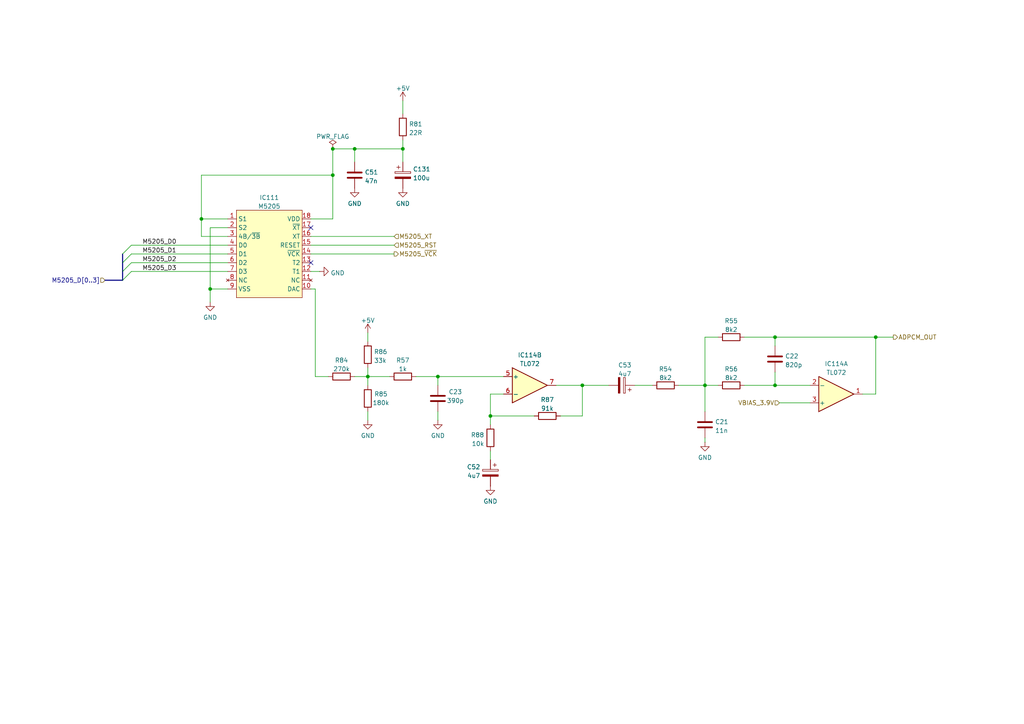
<source format=kicad_sch>
(kicad_sch (version 20231120) (generator "eeschema") (generator_version "8.0")
  (paper "A4")
  (title_block (title "NEC PC-Engine IFU-30") (date "2024-04-09") (rev "0.2") (comment 1 "Author: Regis Galland") (comment 2 "NEC IFU-30 PCB reverse engineered schematics"))
  (lib_symbols
    (symbol "Amplifier_Operational:TL072" (pin_names (offset 0.127))
      (property "Reference" "U" (at 0 5.08 0))
      (property "Value" "TL072" (at 0 -5.08 0))
      (symbol "TL072_1_1"
        (polyline (pts (xy -5.08 5.08) (xy 5.08 0) (xy -5.08 -5.08) (xy -5.08 5.08)) (stroke (width 0.254)) (fill (type background)))
        (pin output line (at 7.62 0 180) (length 2.54) (name "~") (number "1"))
        (pin input line (at -7.62 -2.54 0) (length 2.54) (name "-") (number "2"))
        (pin input line (at -7.62 2.54 0) (length 2.54) (name "+") (number "3"))
      )
      (symbol "TL072_2_1"
        (polyline (pts (xy -5.08 5.08) (xy 5.08 0) (xy -5.08 -5.08) (xy -5.08 5.08)) (stroke (width 0.254)) (fill (type background)))
        (pin input line (at -7.62 2.54 0) (length 2.54) (name "+") (number "5"))
        (pin input line (at -7.62 -2.54 0) (length 2.54) (name "-") (number "6"))
        (pin output line (at 7.62 0 180) (length 2.54) (name "~") (number "7"))
      )
      (symbol "TL072_3_1"
        (pin power_in line (at -2.54 -7.62 90) (length 3.81) (name "V-") (number "4"))
        (pin power_in line (at -2.54 7.62 270) (length 3.81) (name "V+") (number "8"))
      )
    )
    (symbol "Device:C" (pin_numbers hide) (pin_names (offset 0.254))
      (property "Reference" "C" (at 0.635 2.54 0))
      (property "Value" "C" (at 0.635 -2.54 0))
      (symbol "C_0_1"
        (polyline (pts (xy -2.032 -0.762) (xy 2.032 -0.762)) (stroke (width 0.508)))
        (polyline (pts (xy -2.032 0.762) (xy 2.032 0.762)) (stroke (width 0.508)))
      )
      (symbol "C_1_1"
        (pin passive line (at 0 3.81 270) (length 2.794) (name "~") (number "1"))
        (pin passive line (at 0 -3.81 90) (length 2.794) (name "~") (number "2"))
      )
    )
    (symbol "Device:C_Polarized" (pin_numbers hide) (pin_names (offset 0.254))
      (property "Reference" "C" (at 0.635 2.54 0))
      (property "Value" "C_Polarized" (at 0.635 -2.54 0))
      (symbol "C_Polarized_0_1"
        (rectangle (start -2.286 0.508) (end 2.286 1.016))
        (polyline (pts (xy -1.778 2.286) (xy -0.762 2.286)))
        (polyline (pts (xy -1.27 2.794) (xy -1.27 1.778)))
        (rectangle (start 2.286 -0.508) (end -2.286 -1.016) (fill (type outline)))
      )
      (symbol "C_Polarized_1_1"
        (pin passive line (at 0 3.81 270) (length 2.794) (name "~") (number "1"))
        (pin passive line (at 0 -3.81 90) (length 2.794) (name "~") (number "2"))
      )
    )
    (symbol "Device:R" (pin_numbers hide) (pin_names (offset 0))
      (property "Reference" "R" (at 2.032 0 90))
      (property "Value" "R" (at 0 0 90))
      (symbol "R_0_1"
        (rectangle (start -1.016 -2.54) (end 1.016 2.54) (stroke (width 0.254)))
      )
      (symbol "R_1_1"
        (pin passive line (at 0 3.81 270) (length 1.27) (name "~") (number "1"))
        (pin passive line (at 0 -3.81 90) (length 1.27) (name "~") (number "2"))
      )
    )
    (symbol "IFU-30:M5205"
      (property "Reference" "IC" (at 1.27 3.81 0))
      (property "Value" "M5205" (at 11.43 3.81 0))
      (symbol "M5205_0_1"
        (rectangle (start 19.05 2.54) (end 0 -22.86) (stroke (width 0.1524)) (fill (type background)))
      )
      (symbol "M5205_1_1"
        (pin passive line (at -2.54 0 0) (length 2.54) (name "S1") (number "1"))
        (pin passive line (at 21.59 -20.32 180) (length 2.54) (name "DAC") (number "10"))
        (pin no_connect line (at 21.59 -17.78 180) (length 2.54) (name "NC") (number "11"))
        (pin passive line (at 21.59 -15.24 180) (length 2.54) (name "T1") (number "12"))
        (pin passive line (at 21.59 -12.7 180) (length 2.54) (name "T2") (number "13"))
        (pin passive line (at 21.59 -10.16 180) (length 2.54) (name "~{VCK}") (number "14"))
        (pin passive line (at 21.59 -7.62 180) (length 2.54) (name "RESET") (number "15"))
        (pin passive line (at 21.59 -5.08 180) (length 2.54) (name "XT") (number "16"))
        (pin passive line (at 21.59 -2.54 180) (length 2.54) (name "~{XT}") (number "17"))
        (pin power_in line (at 21.59 0 180) (length 2.54) (name "VDD") (number "18"))
        (pin passive line (at -2.54 -2.54 0) (length 2.54) (name "S2") (number "2"))
        (pin passive line (at -2.54 -5.08 0) (length 2.54) (name "4B/~{3B}") (number "3"))
        (pin input line (at -2.54 -7.62 0) (length 2.54) (name "D0") (number "4"))
        (pin input line (at -2.54 -10.16 0) (length 2.54) (name "D1") (number "5"))
        (pin input line (at -2.54 -12.7 0) (length 2.54) (name "D2") (number "6"))
        (pin input line (at -2.54 -15.24 0) (length 2.54) (name "D3") (number "7"))
        (pin no_connect line (at -2.54 -17.78 0) (length 2.54) (name "NC") (number "8"))
        (pin power_in line (at -2.54 -20.32 0) (length 2.54) (name "VSS") (number "9"))
      )
    )
    (symbol "power:+5V" (power) (pin_numbers hide) (pin_names (offset 0) hide)
      (property "Value" "+5V" (at 0 3.556 0))
      (symbol "+5V_0_1"
        (polyline (pts (xy -0.762 1.27) (xy 0 2.54)))
        (polyline (pts (xy 0 0) (xy 0 2.54)))
        (polyline (pts (xy 0 2.54) (xy 0.762 1.27)))
      )
      (symbol "+5V_1_1"
        (pin power_in line (at 0 0 90) (length 0) (name "~") (number "1"))
      )
    )
    (symbol "power:GND" (power) (pin_numbers hide) (pin_names (offset 0) hide)
      (property "Value" "GND" (at 0 -3.81 0))
      (symbol "GND_0_1"
        (polyline (pts (xy 0 0) (xy 0 -1.27) (xy 1.27 -1.27) (xy 0 -2.54) (xy -1.27 -1.27) (xy 0 -1.27)))
      )
      (symbol "GND_1_1"
        (pin power_in line (at 0 0 270) (length 0) (name "~") (number "1"))
      )
    )
    (symbol "power:PWR_FLAG" (power) (pin_numbers hide) (pin_names (offset 0) hide)
      (property "Value" "PWR_FLAG" (at 0 3.81 0))
      (symbol "PWR_FLAG_0_0"
        (pin power_out line (at 0 0 90) (length 0) (name "~") (number "1"))
      )
      (symbol "PWR_FLAG_0_1"
        (polyline (pts (xy 0 0) (xy 0 1.27) (xy -1.016 1.905) (xy 0 2.54) (xy 1.016 1.905) (xy 0 1.27)))
      )
    )
  )
  (junction (at 96.52 43.18))
  (junction (at 106.68 109.22))
  (junction (at 60.96 83.82))
  (junction (at 96.52 50.8))
  (junction (at 254 97.79))
  (junction (at 224.79 97.79))
  (junction (at 102.87 43.18))
  (junction (at 142.24 120.65))
  (junction (at 116.84 43.18))
  (junction (at 127 109.22))
  (junction (at 204.47 111.76))
  (junction (at 58.42 63.5))
  (junction (at 224.79 111.76))
  (junction (at 168.91 111.76))
  (no_connect (at 90.17 66.04))
  (no_connect (at 90.17 76.2))
  (bus_entry (at 35.56 76.2) (size 2.54 -2.54))
  (bus_entry (at 35.56 73.66) (size 2.54 -2.54))
  (bus_entry (at 35.56 81.28) (size 2.54 -2.54))
  (bus_entry (at 35.56 78.74) (size 2.54 -2.54))
  (wire (pts (xy 250.19 114.3) (xy 254 114.3)))
  (wire (pts (xy 106.68 96.52) (xy 106.68 99.06)))
  (wire (pts (xy 102.87 43.18) (xy 116.84 43.18)))
  (bus (pts (xy 35.56 76.2) (xy 35.56 78.74)))
  (wire (pts (xy 96.52 43.18) (xy 102.87 43.18)))
  (wire (pts (xy 58.42 63.5) (xy 58.42 50.8)))
  (bus (pts (xy 30.48 81.28) (xy 35.56 81.28)))
  (wire (pts (xy 96.52 50.8) (xy 96.52 63.5)))
  (wire (pts (xy 168.91 111.76) (xy 176.53 111.76)))
  (wire (pts (xy 90.17 73.66) (xy 114.3 73.66)))
  (wire (pts (xy 224.79 97.79) (xy 215.9 97.79)))
  (wire (pts (xy 161.29 111.76) (xy 168.91 111.76)))
  (wire (pts (xy 106.68 111.76) (xy 106.68 109.22)))
  (wire (pts (xy 224.79 107.95) (xy 224.79 111.76)))
  (wire (pts (xy 254 97.79) (xy 254 114.3)))
  (wire (pts (xy 60.96 66.04) (xy 66.04 66.04)))
  (bus (pts (xy 35.56 73.66) (xy 35.56 76.2)))
  (wire (pts (xy 184.15 111.76) (xy 189.23 111.76)))
  (wire (pts (xy 142.24 114.3) (xy 142.24 120.65)))
  (wire (pts (xy 38.1 71.12) (xy 66.04 71.12)))
  (wire (pts (xy 106.68 109.22) (xy 113.03 109.22)))
  (wire (pts (xy 66.04 68.58) (xy 58.42 68.58)))
  (wire (pts (xy 38.1 78.74) (xy 66.04 78.74)))
  (wire (pts (xy 224.79 111.76) (xy 234.95 111.76)))
  (wire (pts (xy 120.65 109.22) (xy 127 109.22)))
  (wire (pts (xy 142.24 130.81) (xy 142.24 133.35)))
  (wire (pts (xy 91.44 109.22) (xy 95.25 109.22)))
  (wire (pts (xy 102.87 43.18) (xy 102.87 46.99)))
  (wire (pts (xy 168.91 111.76) (xy 168.91 120.65)))
  (wire (pts (xy 146.05 114.3) (xy 142.24 114.3)))
  (wire (pts (xy 90.17 83.82) (xy 91.44 83.82)))
  (wire (pts (xy 60.96 83.82) (xy 60.96 87.63)))
  (wire (pts (xy 102.87 109.22) (xy 106.68 109.22)))
  (wire (pts (xy 127 119.38) (xy 127 121.92)))
  (wire (pts (xy 91.44 83.82) (xy 91.44 109.22)))
  (wire (pts (xy 254 97.79) (xy 224.79 97.79)))
  (wire (pts (xy 208.28 111.76) (xy 204.47 111.76)))
  (wire (pts (xy 204.47 111.76) (xy 204.47 119.38)))
  (wire (pts (xy 60.96 66.04) (xy 60.96 83.82)))
  (wire (pts (xy 38.1 76.2) (xy 66.04 76.2)))
  (wire (pts (xy 58.42 50.8) (xy 96.52 50.8)))
  (wire (pts (xy 226.06 116.84) (xy 234.95 116.84)))
  (wire (pts (xy 116.84 40.64) (xy 116.84 43.18)))
  (wire (pts (xy 38.1 73.66) (xy 66.04 73.66)))
  (wire (pts (xy 204.47 97.79) (xy 204.47 111.76)))
  (wire (pts (xy 127 109.22) (xy 127 111.76)))
  (wire (pts (xy 215.9 111.76) (xy 224.79 111.76)))
  (wire (pts (xy 116.84 29.21) (xy 116.84 33.02)))
  (wire (pts (xy 90.17 78.74) (xy 92.71 78.74)))
  (wire (pts (xy 204.47 111.76) (xy 196.85 111.76)))
  (wire (pts (xy 142.24 120.65) (xy 142.24 123.19)))
  (wire (pts (xy 106.68 119.38) (xy 106.68 121.92)))
  (wire (pts (xy 116.84 43.18) (xy 116.84 46.99)))
  (wire (pts (xy 58.42 68.58) (xy 58.42 63.5)))
  (wire (pts (xy 106.68 109.22) (xy 106.68 106.68)))
  (wire (pts (xy 224.79 97.79) (xy 224.79 100.33)))
  (wire (pts (xy 204.47 128.27) (xy 204.47 127)))
  (wire (pts (xy 142.24 120.65) (xy 154.94 120.65)))
  (wire (pts (xy 127 109.22) (xy 146.05 109.22)))
  (wire (pts (xy 114.3 68.58) (xy 90.17 68.58)))
  (wire (pts (xy 162.56 120.65) (xy 168.91 120.65)))
  (wire (pts (xy 90.17 63.5) (xy 96.52 63.5)))
  (wire (pts (xy 96.52 50.8) (xy 96.52 43.18)))
  (wire (pts (xy 58.42 63.5) (xy 66.04 63.5)))
  (wire (pts (xy 208.28 97.79) (xy 204.47 97.79)))
  (bus (pts (xy 35.56 78.74) (xy 35.56 81.28)))
  (wire (pts (xy 114.3 71.12) (xy 90.17 71.12)))
  (wire (pts (xy 60.96 83.82) (xy 66.04 83.82)))
  (wire (pts (xy 254 97.79) (xy 259.08 97.79)))
  (label "M5205_D0" (at 41.275 71.12 0))
  (label "M5205_D2" (at 41.275 76.2 0))
  (label "M5205_D1" (at 41.275 73.66 0))
  (label "M5205_D3" (at 41.275 78.74 0))
  (hierarchical_label "ADPCM_OUT" (shape output) (at 259.08 97.79 0))
  (hierarchical_label "M5205_~{VCK}" (shape output) (at 114.3 73.66 0))
  (hierarchical_label "VBIAS_3.9V" (shape input) (at 226.06 116.84 180))
  (hierarchical_label "M5205_RST" (shape input) (at 114.3 71.12 0))
  (hierarchical_label "M5205_D[0..3]" (shape input) (at 30.48 81.28 180))
  (hierarchical_label "M5205_XT" (shape input) (at 114.3 68.58 0))
  (symbol (lib_id "power:GND") (at 142.24 140.97 0) (mirror y) (unit 1)
    (property "Reference" "#PWR0101" (effects (hide yes)))
    (property "Value" "GND" (at 142.24 145.415 0))
    (property "Description" "Power symbol creates a global label with name \"GND\" , ground" (effects (hide yes)))
  )
  (symbol (lib_id "power:PWR_FLAG") (at 96.52 43.18 0) (unit 1)
    (property "Reference" "#FLG0105" (effects (hide yes)))
    (property "Value" "PWR_FLAG" (at 96.52 39.6042 0))
    (property "Description" "Special symbol for telling ERC where power comes from" (effects (hide yes)))
  )
  (symbol (lib_id "Device:C_Polarized") (at 180.34 111.76 270) (mirror x) (unit 1)
    (property "Reference" "C53" (at 181.229 105.9012 90))
    (property "Value" "4u7" (at 181.229 108.4381 90))
    (property "Description" "Polarized capacitor" (effects (hide yes)))
  )
  (symbol (lib_id "Device:C") (at 127 115.57 0) (unit 1)
    (property "Reference" "C23" (at 132.08 113.665 0))
    (property "Value" "390p" (at 132.08 116.2019 0))
    (property "Description" "Unpolarized capacitor" (effects (hide yes)))
  )
  (symbol (lib_id "IFU-30:M5205") (at 68.58 63.5 0) (unit 1)
    (property "Reference" "IC111" (at 78.105 57.311 0))
    (property "Value" "M5205" (at 78.105 59.8479 0))
  )
  (symbol (lib_id "Device:R") (at 106.68 102.87 180) (unit 1)
    (property "Reference" "R86" (at 108.458 102.0353 0) (effects (justify right)))
    (property "Value" "33k" (at 108.458 104.5722 0) (effects (justify right)))
    (property "Description" "Resistor" (effects (hide yes)))
  )
  (symbol (lib_id "Device:R") (at 212.09 111.76 270) (mirror x) (unit 1)
    (property "Reference" "R56" (at 212.09 107.0442 90))
    (property "Value" "8k2" (at 212.09 109.5811 90))
    (property "Description" "Resistor" (effects (hide yes)))
  )
  (symbol (lib_id "power:GND") (at 204.47 128.27 0) (mirror y) (unit 1)
    (property "Reference" "#PWR0109" (effects (hide yes)))
    (property "Value" "GND" (at 204.47 132.7134 0))
    (property "Description" "Power symbol creates a global label with name \"GND\" , ground" (effects (hide yes)))
  )
  (symbol (lib_id "power:GND") (at 116.84 54.61 0) (unit 1)
    (property "Reference" "#PWR0103" (effects (hide yes)))
    (property "Value" "GND" (at 116.84 59.0534 0))
    (property "Description" "Power symbol creates a global label with name \"GND\" , ground" (effects (hide yes)))
  )
  (symbol (lib_id "Device:R") (at 106.68 115.57 0) (mirror y) (unit 1)
    (property "Reference" "R85" (at 110.49 114.3 0))
    (property "Value" "180k" (at 110.49 116.8369 0))
    (property "Description" "Resistor" (effects (hide yes)))
  )
  (symbol (lib_id "Device:R") (at 142.24 127 0) (mirror x) (unit 1)
    (property "Reference" "R88" (at 140.462 126.1653 0) (effects (justify right)))
    (property "Value" "10k" (at 140.462 128.7022 0) (effects (justify right)))
    (property "Description" "Resistor" (effects (hide yes)))
  )
  (symbol (lib_id "Device:R") (at 99.06 109.22 270) (mirror x) (unit 1)
    (property "Reference" "R84" (at 99.06 104.5042 90))
    (property "Value" "270k" (at 99.06 107.0411 90))
    (property "Description" "Resistor" (effects (hide yes)))
  )
  (symbol (lib_id "power:GND") (at 92.71 78.74 90) (unit 1)
    (property "Reference" "#PWR0106" (effects (hide yes)))
    (property "Value" "GND" (at 95.885 79.1738 90) (effects (justify right)))
    (property "Description" "Power symbol creates a global label with name \"GND\" , ground" (effects (hide yes)))
  )
  (symbol (lib_id "power:+5V") (at 106.68 96.52 0) (unit 1)
    (property "Reference" "#PWR0107" (effects (hide yes)))
    (property "Value" "+5V" (at 106.68 92.9442 0))
    (property "Description" "Power symbol creates a global label with name \"+5V\"" (effects (hide yes)))
  )
  (symbol (lib_id "Device:C_Polarized") (at 116.84 50.8 0) (unit 1)
    (property "Reference" "C131" (at 119.761 49.0763 0) (effects (justify left)))
    (property "Value" "100u" (at 119.761 51.6132 0) (effects (justify left)))
    (property "Description" "Polarized capacitor" (effects (hide yes)))
  )
  (symbol (lib_id "Device:C") (at 204.47 123.19 0) (mirror y) (unit 1)
    (property "Reference" "C21" (at 207.391 122.3553 0) (effects (justify right)))
    (property "Value" "11n" (at 207.391 124.8922 0) (effects (justify right)))
    (property "Description" "Unpolarized capacitor" (effects (hide yes)))
  )
  (symbol (lib_id "Device:R") (at 193.04 111.76 90) (unit 1)
    (property "Reference" "R54" (at 193.04 107.0442 90))
    (property "Value" "8k2" (at 193.04 109.5811 90))
    (property "Description" "Resistor" (effects (hide yes)))
  )
  (symbol (lib_id "power:GND") (at 106.68 121.92 0) (mirror y) (unit 1)
    (property "Reference" "#PWR0221" (effects (hide yes)))
    (property "Value" "GND" (at 106.68 126.365 0))
    (property "Description" "Power symbol creates a global label with name \"GND\" , ground" (effects (hide yes)))
  )
  (symbol (lib_id "power:GND") (at 60.96 87.63 0) (unit 1)
    (property "Reference" "#PWR0108" (effects (hide yes)))
    (property "Value" "GND" (at 60.96 92.0734 0))
    (property "Description" "Power symbol creates a global label with name \"GND\" , ground" (effects (hide yes)))
  )
  (symbol (lib_id "Device:C_Polarized") (at 142.24 137.16 0) (mirror y) (unit 1)
    (property "Reference" "C52" (at 139.319 135.4363 0) (effects (justify left)))
    (property "Value" "4u7" (at 139.319 137.9732 0) (effects (justify left)))
    (property "Description" "Polarized capacitor" (effects (hide yes)))
  )
  (symbol (lib_id "power:GND") (at 102.87 54.61 0) (unit 1)
    (property "Reference" "#PWR0104" (effects (hide yes)))
    (property "Value" "GND" (at 102.87 59.0534 0))
    (property "Description" "Power symbol creates a global label with name \"GND\" , ground" (effects (hide yes)))
  )
  (symbol (lib_id "Amplifier_Operational:TL072") (at 242.57 114.3 0) (mirror x) (unit 1)
    (property "Reference" "IC114" (at 242.57 105.5202 0))
    (property "Value" "TL072" (at 242.57 108.0571 0))
    (property "Datasheet" "http://www.ti.com/lit/ds/symlink/tl071.pdf" (effects (hide yes)))
    (property "Description" "Dual Low-Noise JFET-Input Operational Amplifiers, DIP-8/SOIC-8" (effects (hide yes)))
  )
  (symbol (lib_id "Device:R") (at 116.84 36.83 180) (unit 1)
    (property "Reference" "R81" (at 118.618 35.9953 0) (effects (justify right)))
    (property "Value" "22R" (at 118.618 38.5322 0) (effects (justify right)))
    (property "Description" "Resistor" (effects (hide yes)))
  )
  (symbol (lib_id "power:+5V") (at 116.84 29.21 0) (unit 1)
    (property "Reference" "#PWR0105" (effects (hide yes)))
    (property "Value" "+5V" (at 116.84 25.6342 0))
    (property "Description" "Power symbol creates a global label with name \"+5V\"" (effects (hide yes)))
  )
  (symbol (lib_id "Device:C") (at 224.79 104.14 0) (mirror y) (unit 1)
    (property "Reference" "C22" (at 227.711 103.3053 0) (effects (justify right)))
    (property "Value" "820p" (at 227.711 105.8422 0) (effects (justify right)))
    (property "Description" "Unpolarized capacitor" (effects (hide yes)))
  )
  (symbol (lib_id "Device:R") (at 212.09 97.79 270) (mirror x) (unit 1)
    (property "Reference" "R55" (at 212.09 93.0742 90))
    (property "Value" "8k2" (at 212.09 95.6111 90))
    (property "Description" "Resistor" (effects (hide yes)))
  )
  (symbol (lib_id "Amplifier_Operational:TL072") (at 153.67 111.76 0) (unit 2)
    (property "Reference" "IC114" (at 153.67 102.9802 0))
    (property "Value" "TL072" (at 153.67 105.5171 0))
    (property "Datasheet" "http://www.ti.com/lit/ds/symlink/tl071.pdf" (effects (hide yes)))
    (property "Description" "Dual Low-Noise JFET-Input Operational Amplifiers, DIP-8/SOIC-8" (effects (hide yes)))
  )
  (symbol (lib_id "Device:R") (at 116.84 109.22 90) (mirror x) (unit 1)
    (property "Reference" "R57" (at 116.84 104.5042 90))
    (property "Value" "1k" (at 116.84 107.0411 90))
    (property "Description" "Resistor" (effects (hide yes)))
  )
  (symbol (lib_id "Device:R") (at 158.75 120.65 90) (mirror x) (unit 1)
    (property "Reference" "R87" (at 158.75 115.9342 90))
    (property "Value" "91k" (at 158.75 118.4711 90))
    (property "Description" "Resistor" (effects (hide yes)))
  )
  (symbol (lib_id "power:GND") (at 127 121.92 0) (mirror y) (unit 1)
    (property "Reference" "#PWR0225" (effects (hide yes)))
    (property "Value" "GND" (at 127 126.365 0))
    (property "Description" "Power symbol creates a global label with name \"GND\" , ground" (effects (hide yes)))
  )
  (symbol (lib_id "Device:C") (at 102.87 50.8 180) (unit 1)
    (property "Reference" "C51" (at 105.791 49.9653 0) (effects (justify right)))
    (property "Value" "47n" (at 105.791 52.5022 0) (effects (justify right)))
    (property "Description" "Unpolarized capacitor" (effects (hide yes)))
  )
)
</source>
